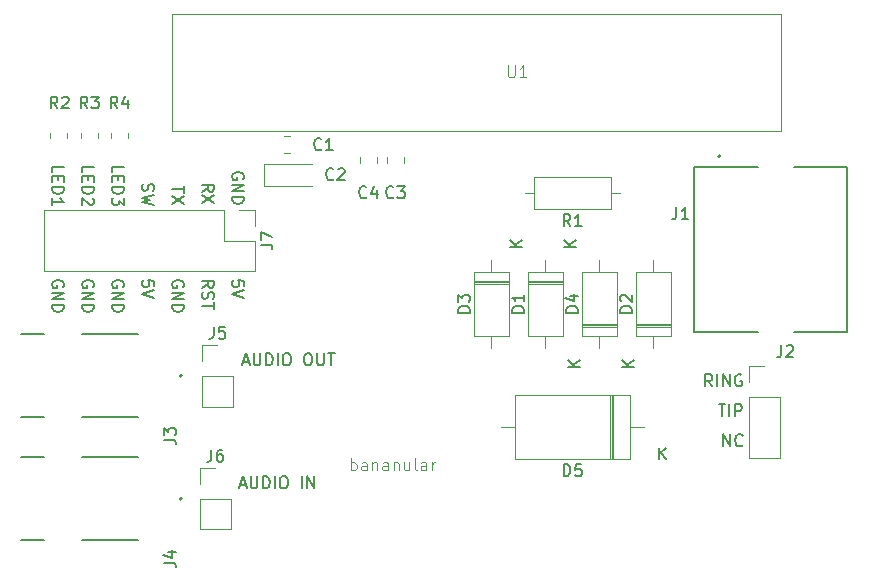
<source format=gbr>
%TF.GenerationSoftware,KiCad,Pcbnew,8.0.6-8.0.6-0~ubuntu22.04.1*%
%TF.CreationDate,2024-11-16T23:11:12-08:00*%
%TF.ProjectId,telduino,74656c64-7569-46e6-9f2e-6b696361645f,0.1*%
%TF.SameCoordinates,Original*%
%TF.FileFunction,Legend,Top*%
%TF.FilePolarity,Positive*%
%FSLAX46Y46*%
G04 Gerber Fmt 4.6, Leading zero omitted, Abs format (unit mm)*
G04 Created by KiCad (PCBNEW 8.0.6-8.0.6-0~ubuntu22.04.1) date 2024-11-16 23:11:12*
%MOMM*%
%LPD*%
G01*
G04 APERTURE LIST*
%ADD10C,0.100000*%
%ADD11C,0.150000*%
%ADD12C,0.200000*%
%ADD13C,0.120000*%
%ADD14C,0.127000*%
G04 APERTURE END LIST*
D10*
X145337884Y-117474419D02*
X145337884Y-116474419D01*
X145337884Y-116855371D02*
X145433122Y-116807752D01*
X145433122Y-116807752D02*
X145623598Y-116807752D01*
X145623598Y-116807752D02*
X145718836Y-116855371D01*
X145718836Y-116855371D02*
X145766455Y-116902990D01*
X145766455Y-116902990D02*
X145814074Y-116998228D01*
X145814074Y-116998228D02*
X145814074Y-117283942D01*
X145814074Y-117283942D02*
X145766455Y-117379180D01*
X145766455Y-117379180D02*
X145718836Y-117426800D01*
X145718836Y-117426800D02*
X145623598Y-117474419D01*
X145623598Y-117474419D02*
X145433122Y-117474419D01*
X145433122Y-117474419D02*
X145337884Y-117426800D01*
X146671217Y-117474419D02*
X146671217Y-116950609D01*
X146671217Y-116950609D02*
X146623598Y-116855371D01*
X146623598Y-116855371D02*
X146528360Y-116807752D01*
X146528360Y-116807752D02*
X146337884Y-116807752D01*
X146337884Y-116807752D02*
X146242646Y-116855371D01*
X146671217Y-117426800D02*
X146575979Y-117474419D01*
X146575979Y-117474419D02*
X146337884Y-117474419D01*
X146337884Y-117474419D02*
X146242646Y-117426800D01*
X146242646Y-117426800D02*
X146195027Y-117331561D01*
X146195027Y-117331561D02*
X146195027Y-117236323D01*
X146195027Y-117236323D02*
X146242646Y-117141085D01*
X146242646Y-117141085D02*
X146337884Y-117093466D01*
X146337884Y-117093466D02*
X146575979Y-117093466D01*
X146575979Y-117093466D02*
X146671217Y-117045847D01*
X147147408Y-116807752D02*
X147147408Y-117474419D01*
X147147408Y-116902990D02*
X147195027Y-116855371D01*
X147195027Y-116855371D02*
X147290265Y-116807752D01*
X147290265Y-116807752D02*
X147433122Y-116807752D01*
X147433122Y-116807752D02*
X147528360Y-116855371D01*
X147528360Y-116855371D02*
X147575979Y-116950609D01*
X147575979Y-116950609D02*
X147575979Y-117474419D01*
X148480741Y-117474419D02*
X148480741Y-116950609D01*
X148480741Y-116950609D02*
X148433122Y-116855371D01*
X148433122Y-116855371D02*
X148337884Y-116807752D01*
X148337884Y-116807752D02*
X148147408Y-116807752D01*
X148147408Y-116807752D02*
X148052170Y-116855371D01*
X148480741Y-117426800D02*
X148385503Y-117474419D01*
X148385503Y-117474419D02*
X148147408Y-117474419D01*
X148147408Y-117474419D02*
X148052170Y-117426800D01*
X148052170Y-117426800D02*
X148004551Y-117331561D01*
X148004551Y-117331561D02*
X148004551Y-117236323D01*
X148004551Y-117236323D02*
X148052170Y-117141085D01*
X148052170Y-117141085D02*
X148147408Y-117093466D01*
X148147408Y-117093466D02*
X148385503Y-117093466D01*
X148385503Y-117093466D02*
X148480741Y-117045847D01*
X148956932Y-116807752D02*
X148956932Y-117474419D01*
X148956932Y-116902990D02*
X149004551Y-116855371D01*
X149004551Y-116855371D02*
X149099789Y-116807752D01*
X149099789Y-116807752D02*
X149242646Y-116807752D01*
X149242646Y-116807752D02*
X149337884Y-116855371D01*
X149337884Y-116855371D02*
X149385503Y-116950609D01*
X149385503Y-116950609D02*
X149385503Y-117474419D01*
X150290265Y-116807752D02*
X150290265Y-117474419D01*
X149861694Y-116807752D02*
X149861694Y-117331561D01*
X149861694Y-117331561D02*
X149909313Y-117426800D01*
X149909313Y-117426800D02*
X150004551Y-117474419D01*
X150004551Y-117474419D02*
X150147408Y-117474419D01*
X150147408Y-117474419D02*
X150242646Y-117426800D01*
X150242646Y-117426800D02*
X150290265Y-117379180D01*
X150909313Y-117474419D02*
X150814075Y-117426800D01*
X150814075Y-117426800D02*
X150766456Y-117331561D01*
X150766456Y-117331561D02*
X150766456Y-116474419D01*
X151718837Y-117474419D02*
X151718837Y-116950609D01*
X151718837Y-116950609D02*
X151671218Y-116855371D01*
X151671218Y-116855371D02*
X151575980Y-116807752D01*
X151575980Y-116807752D02*
X151385504Y-116807752D01*
X151385504Y-116807752D02*
X151290266Y-116855371D01*
X151718837Y-117426800D02*
X151623599Y-117474419D01*
X151623599Y-117474419D02*
X151385504Y-117474419D01*
X151385504Y-117474419D02*
X151290266Y-117426800D01*
X151290266Y-117426800D02*
X151242647Y-117331561D01*
X151242647Y-117331561D02*
X151242647Y-117236323D01*
X151242647Y-117236323D02*
X151290266Y-117141085D01*
X151290266Y-117141085D02*
X151385504Y-117093466D01*
X151385504Y-117093466D02*
X151623599Y-117093466D01*
X151623599Y-117093466D02*
X151718837Y-117045847D01*
X152195028Y-117474419D02*
X152195028Y-116807752D01*
X152195028Y-116998228D02*
X152242647Y-116902990D01*
X152242647Y-116902990D02*
X152290266Y-116855371D01*
X152290266Y-116855371D02*
X152385504Y-116807752D01*
X152385504Y-116807752D02*
X152480742Y-116807752D01*
D11*
X120018180Y-92252969D02*
X120018180Y-91776779D01*
X120018180Y-91776779D02*
X121018180Y-91776779D01*
X120541990Y-92586303D02*
X120541990Y-92919636D01*
X120018180Y-93062493D02*
X120018180Y-92586303D01*
X120018180Y-92586303D02*
X121018180Y-92586303D01*
X121018180Y-92586303D02*
X121018180Y-93062493D01*
X120018180Y-93491065D02*
X121018180Y-93491065D01*
X121018180Y-93491065D02*
X121018180Y-93729160D01*
X121018180Y-93729160D02*
X120970561Y-93872017D01*
X120970561Y-93872017D02*
X120875323Y-93967255D01*
X120875323Y-93967255D02*
X120780085Y-94014874D01*
X120780085Y-94014874D02*
X120589609Y-94062493D01*
X120589609Y-94062493D02*
X120446752Y-94062493D01*
X120446752Y-94062493D02*
X120256276Y-94014874D01*
X120256276Y-94014874D02*
X120161038Y-93967255D01*
X120161038Y-93967255D02*
X120065800Y-93872017D01*
X120065800Y-93872017D02*
X120018180Y-93729160D01*
X120018180Y-93729160D02*
X120018180Y-93491065D01*
X120018180Y-95014874D02*
X120018180Y-94443446D01*
X120018180Y-94729160D02*
X121018180Y-94729160D01*
X121018180Y-94729160D02*
X120875323Y-94633922D01*
X120875323Y-94633922D02*
X120780085Y-94538684D01*
X120780085Y-94538684D02*
X120732466Y-94443446D01*
X122558180Y-92252969D02*
X122558180Y-91776779D01*
X122558180Y-91776779D02*
X123558180Y-91776779D01*
X123081990Y-92586303D02*
X123081990Y-92919636D01*
X122558180Y-93062493D02*
X122558180Y-92586303D01*
X122558180Y-92586303D02*
X123558180Y-92586303D01*
X123558180Y-92586303D02*
X123558180Y-93062493D01*
X122558180Y-93491065D02*
X123558180Y-93491065D01*
X123558180Y-93491065D02*
X123558180Y-93729160D01*
X123558180Y-93729160D02*
X123510561Y-93872017D01*
X123510561Y-93872017D02*
X123415323Y-93967255D01*
X123415323Y-93967255D02*
X123320085Y-94014874D01*
X123320085Y-94014874D02*
X123129609Y-94062493D01*
X123129609Y-94062493D02*
X122986752Y-94062493D01*
X122986752Y-94062493D02*
X122796276Y-94014874D01*
X122796276Y-94014874D02*
X122701038Y-93967255D01*
X122701038Y-93967255D02*
X122605800Y-93872017D01*
X122605800Y-93872017D02*
X122558180Y-93729160D01*
X122558180Y-93729160D02*
X122558180Y-93491065D01*
X123462942Y-94443446D02*
X123510561Y-94491065D01*
X123510561Y-94491065D02*
X123558180Y-94586303D01*
X123558180Y-94586303D02*
X123558180Y-94824398D01*
X123558180Y-94824398D02*
X123510561Y-94919636D01*
X123510561Y-94919636D02*
X123462942Y-94967255D01*
X123462942Y-94967255D02*
X123367704Y-95014874D01*
X123367704Y-95014874D02*
X123272466Y-95014874D01*
X123272466Y-95014874D02*
X123129609Y-94967255D01*
X123129609Y-94967255D02*
X122558180Y-94395827D01*
X122558180Y-94395827D02*
X122558180Y-95014874D01*
X125098180Y-92252969D02*
X125098180Y-91776779D01*
X125098180Y-91776779D02*
X126098180Y-91776779D01*
X125621990Y-92586303D02*
X125621990Y-92919636D01*
X125098180Y-93062493D02*
X125098180Y-92586303D01*
X125098180Y-92586303D02*
X126098180Y-92586303D01*
X126098180Y-92586303D02*
X126098180Y-93062493D01*
X125098180Y-93491065D02*
X126098180Y-93491065D01*
X126098180Y-93491065D02*
X126098180Y-93729160D01*
X126098180Y-93729160D02*
X126050561Y-93872017D01*
X126050561Y-93872017D02*
X125955323Y-93967255D01*
X125955323Y-93967255D02*
X125860085Y-94014874D01*
X125860085Y-94014874D02*
X125669609Y-94062493D01*
X125669609Y-94062493D02*
X125526752Y-94062493D01*
X125526752Y-94062493D02*
X125336276Y-94014874D01*
X125336276Y-94014874D02*
X125241038Y-93967255D01*
X125241038Y-93967255D02*
X125145800Y-93872017D01*
X125145800Y-93872017D02*
X125098180Y-93729160D01*
X125098180Y-93729160D02*
X125098180Y-93491065D01*
X126098180Y-94395827D02*
X126098180Y-95014874D01*
X126098180Y-95014874D02*
X125717228Y-94681541D01*
X125717228Y-94681541D02*
X125717228Y-94824398D01*
X125717228Y-94824398D02*
X125669609Y-94919636D01*
X125669609Y-94919636D02*
X125621990Y-94967255D01*
X125621990Y-94967255D02*
X125526752Y-95014874D01*
X125526752Y-95014874D02*
X125288657Y-95014874D01*
X125288657Y-95014874D02*
X125193419Y-94967255D01*
X125193419Y-94967255D02*
X125145800Y-94919636D01*
X125145800Y-94919636D02*
X125098180Y-94824398D01*
X125098180Y-94824398D02*
X125098180Y-94538684D01*
X125098180Y-94538684D02*
X125145800Y-94443446D01*
X125145800Y-94443446D02*
X125193419Y-94395827D01*
X127685800Y-93253160D02*
X127638180Y-93396017D01*
X127638180Y-93396017D02*
X127638180Y-93634112D01*
X127638180Y-93634112D02*
X127685800Y-93729350D01*
X127685800Y-93729350D02*
X127733419Y-93776969D01*
X127733419Y-93776969D02*
X127828657Y-93824588D01*
X127828657Y-93824588D02*
X127923895Y-93824588D01*
X127923895Y-93824588D02*
X128019133Y-93776969D01*
X128019133Y-93776969D02*
X128066752Y-93729350D01*
X128066752Y-93729350D02*
X128114371Y-93634112D01*
X128114371Y-93634112D02*
X128161990Y-93443636D01*
X128161990Y-93443636D02*
X128209609Y-93348398D01*
X128209609Y-93348398D02*
X128257228Y-93300779D01*
X128257228Y-93300779D02*
X128352466Y-93253160D01*
X128352466Y-93253160D02*
X128447704Y-93253160D01*
X128447704Y-93253160D02*
X128542942Y-93300779D01*
X128542942Y-93300779D02*
X128590561Y-93348398D01*
X128590561Y-93348398D02*
X128638180Y-93443636D01*
X128638180Y-93443636D02*
X128638180Y-93681731D01*
X128638180Y-93681731D02*
X128590561Y-93824588D01*
X128638180Y-94157922D02*
X127638180Y-94396017D01*
X127638180Y-94396017D02*
X128352466Y-94586493D01*
X128352466Y-94586493D02*
X127638180Y-94776969D01*
X127638180Y-94776969D02*
X128638180Y-95015065D01*
X120970561Y-101952588D02*
X121018180Y-101857350D01*
X121018180Y-101857350D02*
X121018180Y-101714493D01*
X121018180Y-101714493D02*
X120970561Y-101571636D01*
X120970561Y-101571636D02*
X120875323Y-101476398D01*
X120875323Y-101476398D02*
X120780085Y-101428779D01*
X120780085Y-101428779D02*
X120589609Y-101381160D01*
X120589609Y-101381160D02*
X120446752Y-101381160D01*
X120446752Y-101381160D02*
X120256276Y-101428779D01*
X120256276Y-101428779D02*
X120161038Y-101476398D01*
X120161038Y-101476398D02*
X120065800Y-101571636D01*
X120065800Y-101571636D02*
X120018180Y-101714493D01*
X120018180Y-101714493D02*
X120018180Y-101809731D01*
X120018180Y-101809731D02*
X120065800Y-101952588D01*
X120065800Y-101952588D02*
X120113419Y-102000207D01*
X120113419Y-102000207D02*
X120446752Y-102000207D01*
X120446752Y-102000207D02*
X120446752Y-101809731D01*
X120018180Y-102428779D02*
X121018180Y-102428779D01*
X121018180Y-102428779D02*
X120018180Y-103000207D01*
X120018180Y-103000207D02*
X121018180Y-103000207D01*
X120018180Y-103476398D02*
X121018180Y-103476398D01*
X121018180Y-103476398D02*
X121018180Y-103714493D01*
X121018180Y-103714493D02*
X120970561Y-103857350D01*
X120970561Y-103857350D02*
X120875323Y-103952588D01*
X120875323Y-103952588D02*
X120780085Y-104000207D01*
X120780085Y-104000207D02*
X120589609Y-104047826D01*
X120589609Y-104047826D02*
X120446752Y-104047826D01*
X120446752Y-104047826D02*
X120256276Y-104000207D01*
X120256276Y-104000207D02*
X120161038Y-103952588D01*
X120161038Y-103952588D02*
X120065800Y-103857350D01*
X120065800Y-103857350D02*
X120018180Y-103714493D01*
X120018180Y-103714493D02*
X120018180Y-103476398D01*
X123510561Y-101952588D02*
X123558180Y-101857350D01*
X123558180Y-101857350D02*
X123558180Y-101714493D01*
X123558180Y-101714493D02*
X123510561Y-101571636D01*
X123510561Y-101571636D02*
X123415323Y-101476398D01*
X123415323Y-101476398D02*
X123320085Y-101428779D01*
X123320085Y-101428779D02*
X123129609Y-101381160D01*
X123129609Y-101381160D02*
X122986752Y-101381160D01*
X122986752Y-101381160D02*
X122796276Y-101428779D01*
X122796276Y-101428779D02*
X122701038Y-101476398D01*
X122701038Y-101476398D02*
X122605800Y-101571636D01*
X122605800Y-101571636D02*
X122558180Y-101714493D01*
X122558180Y-101714493D02*
X122558180Y-101809731D01*
X122558180Y-101809731D02*
X122605800Y-101952588D01*
X122605800Y-101952588D02*
X122653419Y-102000207D01*
X122653419Y-102000207D02*
X122986752Y-102000207D01*
X122986752Y-102000207D02*
X122986752Y-101809731D01*
X122558180Y-102428779D02*
X123558180Y-102428779D01*
X123558180Y-102428779D02*
X122558180Y-103000207D01*
X122558180Y-103000207D02*
X123558180Y-103000207D01*
X122558180Y-103476398D02*
X123558180Y-103476398D01*
X123558180Y-103476398D02*
X123558180Y-103714493D01*
X123558180Y-103714493D02*
X123510561Y-103857350D01*
X123510561Y-103857350D02*
X123415323Y-103952588D01*
X123415323Y-103952588D02*
X123320085Y-104000207D01*
X123320085Y-104000207D02*
X123129609Y-104047826D01*
X123129609Y-104047826D02*
X122986752Y-104047826D01*
X122986752Y-104047826D02*
X122796276Y-104000207D01*
X122796276Y-104000207D02*
X122701038Y-103952588D01*
X122701038Y-103952588D02*
X122605800Y-103857350D01*
X122605800Y-103857350D02*
X122558180Y-103714493D01*
X122558180Y-103714493D02*
X122558180Y-103476398D01*
X126050561Y-101952588D02*
X126098180Y-101857350D01*
X126098180Y-101857350D02*
X126098180Y-101714493D01*
X126098180Y-101714493D02*
X126050561Y-101571636D01*
X126050561Y-101571636D02*
X125955323Y-101476398D01*
X125955323Y-101476398D02*
X125860085Y-101428779D01*
X125860085Y-101428779D02*
X125669609Y-101381160D01*
X125669609Y-101381160D02*
X125526752Y-101381160D01*
X125526752Y-101381160D02*
X125336276Y-101428779D01*
X125336276Y-101428779D02*
X125241038Y-101476398D01*
X125241038Y-101476398D02*
X125145800Y-101571636D01*
X125145800Y-101571636D02*
X125098180Y-101714493D01*
X125098180Y-101714493D02*
X125098180Y-101809731D01*
X125098180Y-101809731D02*
X125145800Y-101952588D01*
X125145800Y-101952588D02*
X125193419Y-102000207D01*
X125193419Y-102000207D02*
X125526752Y-102000207D01*
X125526752Y-102000207D02*
X125526752Y-101809731D01*
X125098180Y-102428779D02*
X126098180Y-102428779D01*
X126098180Y-102428779D02*
X125098180Y-103000207D01*
X125098180Y-103000207D02*
X126098180Y-103000207D01*
X125098180Y-103476398D02*
X126098180Y-103476398D01*
X126098180Y-103476398D02*
X126098180Y-103714493D01*
X126098180Y-103714493D02*
X126050561Y-103857350D01*
X126050561Y-103857350D02*
X125955323Y-103952588D01*
X125955323Y-103952588D02*
X125860085Y-104000207D01*
X125860085Y-104000207D02*
X125669609Y-104047826D01*
X125669609Y-104047826D02*
X125526752Y-104047826D01*
X125526752Y-104047826D02*
X125336276Y-104000207D01*
X125336276Y-104000207D02*
X125241038Y-103952588D01*
X125241038Y-103952588D02*
X125145800Y-103857350D01*
X125145800Y-103857350D02*
X125098180Y-103714493D01*
X125098180Y-103714493D02*
X125098180Y-103476398D01*
X128638180Y-101904969D02*
X128638180Y-101428779D01*
X128638180Y-101428779D02*
X128161990Y-101381160D01*
X128161990Y-101381160D02*
X128209609Y-101428779D01*
X128209609Y-101428779D02*
X128257228Y-101524017D01*
X128257228Y-101524017D02*
X128257228Y-101762112D01*
X128257228Y-101762112D02*
X128209609Y-101857350D01*
X128209609Y-101857350D02*
X128161990Y-101904969D01*
X128161990Y-101904969D02*
X128066752Y-101952588D01*
X128066752Y-101952588D02*
X127828657Y-101952588D01*
X127828657Y-101952588D02*
X127733419Y-101904969D01*
X127733419Y-101904969D02*
X127685800Y-101857350D01*
X127685800Y-101857350D02*
X127638180Y-101762112D01*
X127638180Y-101762112D02*
X127638180Y-101524017D01*
X127638180Y-101524017D02*
X127685800Y-101428779D01*
X127685800Y-101428779D02*
X127733419Y-101381160D01*
X128638180Y-102238303D02*
X127638180Y-102571636D01*
X127638180Y-102571636D02*
X128638180Y-102904969D01*
X131130561Y-101952588D02*
X131178180Y-101857350D01*
X131178180Y-101857350D02*
X131178180Y-101714493D01*
X131178180Y-101714493D02*
X131130561Y-101571636D01*
X131130561Y-101571636D02*
X131035323Y-101476398D01*
X131035323Y-101476398D02*
X130940085Y-101428779D01*
X130940085Y-101428779D02*
X130749609Y-101381160D01*
X130749609Y-101381160D02*
X130606752Y-101381160D01*
X130606752Y-101381160D02*
X130416276Y-101428779D01*
X130416276Y-101428779D02*
X130321038Y-101476398D01*
X130321038Y-101476398D02*
X130225800Y-101571636D01*
X130225800Y-101571636D02*
X130178180Y-101714493D01*
X130178180Y-101714493D02*
X130178180Y-101809731D01*
X130178180Y-101809731D02*
X130225800Y-101952588D01*
X130225800Y-101952588D02*
X130273419Y-102000207D01*
X130273419Y-102000207D02*
X130606752Y-102000207D01*
X130606752Y-102000207D02*
X130606752Y-101809731D01*
X130178180Y-102428779D02*
X131178180Y-102428779D01*
X131178180Y-102428779D02*
X130178180Y-103000207D01*
X130178180Y-103000207D02*
X131178180Y-103000207D01*
X130178180Y-103476398D02*
X131178180Y-103476398D01*
X131178180Y-103476398D02*
X131178180Y-103714493D01*
X131178180Y-103714493D02*
X131130561Y-103857350D01*
X131130561Y-103857350D02*
X131035323Y-103952588D01*
X131035323Y-103952588D02*
X130940085Y-104000207D01*
X130940085Y-104000207D02*
X130749609Y-104047826D01*
X130749609Y-104047826D02*
X130606752Y-104047826D01*
X130606752Y-104047826D02*
X130416276Y-104000207D01*
X130416276Y-104000207D02*
X130321038Y-103952588D01*
X130321038Y-103952588D02*
X130225800Y-103857350D01*
X130225800Y-103857350D02*
X130178180Y-103714493D01*
X130178180Y-103714493D02*
X130178180Y-103476398D01*
X132718180Y-102000207D02*
X133194371Y-101666874D01*
X132718180Y-101428779D02*
X133718180Y-101428779D01*
X133718180Y-101428779D02*
X133718180Y-101809731D01*
X133718180Y-101809731D02*
X133670561Y-101904969D01*
X133670561Y-101904969D02*
X133622942Y-101952588D01*
X133622942Y-101952588D02*
X133527704Y-102000207D01*
X133527704Y-102000207D02*
X133384847Y-102000207D01*
X133384847Y-102000207D02*
X133289609Y-101952588D01*
X133289609Y-101952588D02*
X133241990Y-101904969D01*
X133241990Y-101904969D02*
X133194371Y-101809731D01*
X133194371Y-101809731D02*
X133194371Y-101428779D01*
X132765800Y-102381160D02*
X132718180Y-102524017D01*
X132718180Y-102524017D02*
X132718180Y-102762112D01*
X132718180Y-102762112D02*
X132765800Y-102857350D01*
X132765800Y-102857350D02*
X132813419Y-102904969D01*
X132813419Y-102904969D02*
X132908657Y-102952588D01*
X132908657Y-102952588D02*
X133003895Y-102952588D01*
X133003895Y-102952588D02*
X133099133Y-102904969D01*
X133099133Y-102904969D02*
X133146752Y-102857350D01*
X133146752Y-102857350D02*
X133194371Y-102762112D01*
X133194371Y-102762112D02*
X133241990Y-102571636D01*
X133241990Y-102571636D02*
X133289609Y-102476398D01*
X133289609Y-102476398D02*
X133337228Y-102428779D01*
X133337228Y-102428779D02*
X133432466Y-102381160D01*
X133432466Y-102381160D02*
X133527704Y-102381160D01*
X133527704Y-102381160D02*
X133622942Y-102428779D01*
X133622942Y-102428779D02*
X133670561Y-102476398D01*
X133670561Y-102476398D02*
X133718180Y-102571636D01*
X133718180Y-102571636D02*
X133718180Y-102809731D01*
X133718180Y-102809731D02*
X133670561Y-102952588D01*
X133718180Y-103238303D02*
X133718180Y-103809731D01*
X132718180Y-103524017D02*
X133718180Y-103524017D01*
X131178180Y-93411922D02*
X131178180Y-93983350D01*
X130178180Y-93697636D02*
X131178180Y-93697636D01*
X131178180Y-94221446D02*
X130178180Y-94888112D01*
X131178180Y-94888112D02*
X130178180Y-94221446D01*
X132718180Y-93872207D02*
X133194371Y-93538874D01*
X132718180Y-93300779D02*
X133718180Y-93300779D01*
X133718180Y-93300779D02*
X133718180Y-93681731D01*
X133718180Y-93681731D02*
X133670561Y-93776969D01*
X133670561Y-93776969D02*
X133622942Y-93824588D01*
X133622942Y-93824588D02*
X133527704Y-93872207D01*
X133527704Y-93872207D02*
X133384847Y-93872207D01*
X133384847Y-93872207D02*
X133289609Y-93824588D01*
X133289609Y-93824588D02*
X133241990Y-93776969D01*
X133241990Y-93776969D02*
X133194371Y-93681731D01*
X133194371Y-93681731D02*
X133194371Y-93300779D01*
X133718180Y-94205541D02*
X132718180Y-94872207D01*
X133718180Y-94872207D02*
X132718180Y-94205541D01*
X136258180Y-101904969D02*
X136258180Y-101428779D01*
X136258180Y-101428779D02*
X135781990Y-101381160D01*
X135781990Y-101381160D02*
X135829609Y-101428779D01*
X135829609Y-101428779D02*
X135877228Y-101524017D01*
X135877228Y-101524017D02*
X135877228Y-101762112D01*
X135877228Y-101762112D02*
X135829609Y-101857350D01*
X135829609Y-101857350D02*
X135781990Y-101904969D01*
X135781990Y-101904969D02*
X135686752Y-101952588D01*
X135686752Y-101952588D02*
X135448657Y-101952588D01*
X135448657Y-101952588D02*
X135353419Y-101904969D01*
X135353419Y-101904969D02*
X135305800Y-101857350D01*
X135305800Y-101857350D02*
X135258180Y-101762112D01*
X135258180Y-101762112D02*
X135258180Y-101524017D01*
X135258180Y-101524017D02*
X135305800Y-101428779D01*
X135305800Y-101428779D02*
X135353419Y-101381160D01*
X136258180Y-102238303D02*
X135258180Y-102571636D01*
X135258180Y-102571636D02*
X136258180Y-102904969D01*
X136210561Y-92808588D02*
X136258180Y-92713350D01*
X136258180Y-92713350D02*
X136258180Y-92570493D01*
X136258180Y-92570493D02*
X136210561Y-92427636D01*
X136210561Y-92427636D02*
X136115323Y-92332398D01*
X136115323Y-92332398D02*
X136020085Y-92284779D01*
X136020085Y-92284779D02*
X135829609Y-92237160D01*
X135829609Y-92237160D02*
X135686752Y-92237160D01*
X135686752Y-92237160D02*
X135496276Y-92284779D01*
X135496276Y-92284779D02*
X135401038Y-92332398D01*
X135401038Y-92332398D02*
X135305800Y-92427636D01*
X135305800Y-92427636D02*
X135258180Y-92570493D01*
X135258180Y-92570493D02*
X135258180Y-92665731D01*
X135258180Y-92665731D02*
X135305800Y-92808588D01*
X135305800Y-92808588D02*
X135353419Y-92856207D01*
X135353419Y-92856207D02*
X135686752Y-92856207D01*
X135686752Y-92856207D02*
X135686752Y-92665731D01*
X135258180Y-93284779D02*
X136258180Y-93284779D01*
X136258180Y-93284779D02*
X135258180Y-93856207D01*
X135258180Y-93856207D02*
X136258180Y-93856207D01*
X135258180Y-94332398D02*
X136258180Y-94332398D01*
X136258180Y-94332398D02*
X136258180Y-94570493D01*
X136258180Y-94570493D02*
X136210561Y-94713350D01*
X136210561Y-94713350D02*
X136115323Y-94808588D01*
X136115323Y-94808588D02*
X136020085Y-94856207D01*
X136020085Y-94856207D02*
X135829609Y-94903826D01*
X135829609Y-94903826D02*
X135686752Y-94903826D01*
X135686752Y-94903826D02*
X135496276Y-94856207D01*
X135496276Y-94856207D02*
X135401038Y-94808588D01*
X135401038Y-94808588D02*
X135305800Y-94713350D01*
X135305800Y-94713350D02*
X135258180Y-94570493D01*
X135258180Y-94570493D02*
X135258180Y-94332398D01*
X136179160Y-108296104D02*
X136655350Y-108296104D01*
X136083922Y-108581819D02*
X136417255Y-107581819D01*
X136417255Y-107581819D02*
X136750588Y-108581819D01*
X137083922Y-107581819D02*
X137083922Y-108391342D01*
X137083922Y-108391342D02*
X137131541Y-108486580D01*
X137131541Y-108486580D02*
X137179160Y-108534200D01*
X137179160Y-108534200D02*
X137274398Y-108581819D01*
X137274398Y-108581819D02*
X137464874Y-108581819D01*
X137464874Y-108581819D02*
X137560112Y-108534200D01*
X137560112Y-108534200D02*
X137607731Y-108486580D01*
X137607731Y-108486580D02*
X137655350Y-108391342D01*
X137655350Y-108391342D02*
X137655350Y-107581819D01*
X138131541Y-108581819D02*
X138131541Y-107581819D01*
X138131541Y-107581819D02*
X138369636Y-107581819D01*
X138369636Y-107581819D02*
X138512493Y-107629438D01*
X138512493Y-107629438D02*
X138607731Y-107724676D01*
X138607731Y-107724676D02*
X138655350Y-107819914D01*
X138655350Y-107819914D02*
X138702969Y-108010390D01*
X138702969Y-108010390D02*
X138702969Y-108153247D01*
X138702969Y-108153247D02*
X138655350Y-108343723D01*
X138655350Y-108343723D02*
X138607731Y-108438961D01*
X138607731Y-108438961D02*
X138512493Y-108534200D01*
X138512493Y-108534200D02*
X138369636Y-108581819D01*
X138369636Y-108581819D02*
X138131541Y-108581819D01*
X139131541Y-108581819D02*
X139131541Y-107581819D01*
X139798207Y-107581819D02*
X139988683Y-107581819D01*
X139988683Y-107581819D02*
X140083921Y-107629438D01*
X140083921Y-107629438D02*
X140179159Y-107724676D01*
X140179159Y-107724676D02*
X140226778Y-107915152D01*
X140226778Y-107915152D02*
X140226778Y-108248485D01*
X140226778Y-108248485D02*
X140179159Y-108438961D01*
X140179159Y-108438961D02*
X140083921Y-108534200D01*
X140083921Y-108534200D02*
X139988683Y-108581819D01*
X139988683Y-108581819D02*
X139798207Y-108581819D01*
X139798207Y-108581819D02*
X139702969Y-108534200D01*
X139702969Y-108534200D02*
X139607731Y-108438961D01*
X139607731Y-108438961D02*
X139560112Y-108248485D01*
X139560112Y-108248485D02*
X139560112Y-107915152D01*
X139560112Y-107915152D02*
X139607731Y-107724676D01*
X139607731Y-107724676D02*
X139702969Y-107629438D01*
X139702969Y-107629438D02*
X139798207Y-107581819D01*
X141607731Y-107581819D02*
X141798207Y-107581819D01*
X141798207Y-107581819D02*
X141893445Y-107629438D01*
X141893445Y-107629438D02*
X141988683Y-107724676D01*
X141988683Y-107724676D02*
X142036302Y-107915152D01*
X142036302Y-107915152D02*
X142036302Y-108248485D01*
X142036302Y-108248485D02*
X141988683Y-108438961D01*
X141988683Y-108438961D02*
X141893445Y-108534200D01*
X141893445Y-108534200D02*
X141798207Y-108581819D01*
X141798207Y-108581819D02*
X141607731Y-108581819D01*
X141607731Y-108581819D02*
X141512493Y-108534200D01*
X141512493Y-108534200D02*
X141417255Y-108438961D01*
X141417255Y-108438961D02*
X141369636Y-108248485D01*
X141369636Y-108248485D02*
X141369636Y-107915152D01*
X141369636Y-107915152D02*
X141417255Y-107724676D01*
X141417255Y-107724676D02*
X141512493Y-107629438D01*
X141512493Y-107629438D02*
X141607731Y-107581819D01*
X142464874Y-107581819D02*
X142464874Y-108391342D01*
X142464874Y-108391342D02*
X142512493Y-108486580D01*
X142512493Y-108486580D02*
X142560112Y-108534200D01*
X142560112Y-108534200D02*
X142655350Y-108581819D01*
X142655350Y-108581819D02*
X142845826Y-108581819D01*
X142845826Y-108581819D02*
X142941064Y-108534200D01*
X142941064Y-108534200D02*
X142988683Y-108486580D01*
X142988683Y-108486580D02*
X143036302Y-108391342D01*
X143036302Y-108391342D02*
X143036302Y-107581819D01*
X143369636Y-107581819D02*
X143941064Y-107581819D01*
X143655350Y-108581819D02*
X143655350Y-107581819D01*
X135925160Y-118710104D02*
X136401350Y-118710104D01*
X135829922Y-118995819D02*
X136163255Y-117995819D01*
X136163255Y-117995819D02*
X136496588Y-118995819D01*
X136829922Y-117995819D02*
X136829922Y-118805342D01*
X136829922Y-118805342D02*
X136877541Y-118900580D01*
X136877541Y-118900580D02*
X136925160Y-118948200D01*
X136925160Y-118948200D02*
X137020398Y-118995819D01*
X137020398Y-118995819D02*
X137210874Y-118995819D01*
X137210874Y-118995819D02*
X137306112Y-118948200D01*
X137306112Y-118948200D02*
X137353731Y-118900580D01*
X137353731Y-118900580D02*
X137401350Y-118805342D01*
X137401350Y-118805342D02*
X137401350Y-117995819D01*
X137877541Y-118995819D02*
X137877541Y-117995819D01*
X137877541Y-117995819D02*
X138115636Y-117995819D01*
X138115636Y-117995819D02*
X138258493Y-118043438D01*
X138258493Y-118043438D02*
X138353731Y-118138676D01*
X138353731Y-118138676D02*
X138401350Y-118233914D01*
X138401350Y-118233914D02*
X138448969Y-118424390D01*
X138448969Y-118424390D02*
X138448969Y-118567247D01*
X138448969Y-118567247D02*
X138401350Y-118757723D01*
X138401350Y-118757723D02*
X138353731Y-118852961D01*
X138353731Y-118852961D02*
X138258493Y-118948200D01*
X138258493Y-118948200D02*
X138115636Y-118995819D01*
X138115636Y-118995819D02*
X137877541Y-118995819D01*
X138877541Y-118995819D02*
X138877541Y-117995819D01*
X139544207Y-117995819D02*
X139734683Y-117995819D01*
X139734683Y-117995819D02*
X139829921Y-118043438D01*
X139829921Y-118043438D02*
X139925159Y-118138676D01*
X139925159Y-118138676D02*
X139972778Y-118329152D01*
X139972778Y-118329152D02*
X139972778Y-118662485D01*
X139972778Y-118662485D02*
X139925159Y-118852961D01*
X139925159Y-118852961D02*
X139829921Y-118948200D01*
X139829921Y-118948200D02*
X139734683Y-118995819D01*
X139734683Y-118995819D02*
X139544207Y-118995819D01*
X139544207Y-118995819D02*
X139448969Y-118948200D01*
X139448969Y-118948200D02*
X139353731Y-118852961D01*
X139353731Y-118852961D02*
X139306112Y-118662485D01*
X139306112Y-118662485D02*
X139306112Y-118329152D01*
X139306112Y-118329152D02*
X139353731Y-118138676D01*
X139353731Y-118138676D02*
X139448969Y-118043438D01*
X139448969Y-118043438D02*
X139544207Y-117995819D01*
X141163255Y-118995819D02*
X141163255Y-117995819D01*
X141639445Y-118995819D02*
X141639445Y-117995819D01*
X141639445Y-117995819D02*
X142210873Y-118995819D01*
X142210873Y-118995819D02*
X142210873Y-117995819D01*
X176866779Y-115439819D02*
X176866779Y-114439819D01*
X176866779Y-114439819D02*
X177438207Y-115439819D01*
X177438207Y-115439819D02*
X177438207Y-114439819D01*
X178485826Y-115344580D02*
X178438207Y-115392200D01*
X178438207Y-115392200D02*
X178295350Y-115439819D01*
X178295350Y-115439819D02*
X178200112Y-115439819D01*
X178200112Y-115439819D02*
X178057255Y-115392200D01*
X178057255Y-115392200D02*
X177962017Y-115296961D01*
X177962017Y-115296961D02*
X177914398Y-115201723D01*
X177914398Y-115201723D02*
X177866779Y-115011247D01*
X177866779Y-115011247D02*
X177866779Y-114868390D01*
X177866779Y-114868390D02*
X177914398Y-114677914D01*
X177914398Y-114677914D02*
X177962017Y-114582676D01*
X177962017Y-114582676D02*
X178057255Y-114487438D01*
X178057255Y-114487438D02*
X178200112Y-114439819D01*
X178200112Y-114439819D02*
X178295350Y-114439819D01*
X178295350Y-114439819D02*
X178438207Y-114487438D01*
X178438207Y-114487438D02*
X178485826Y-114535057D01*
X176469922Y-111899819D02*
X177041350Y-111899819D01*
X176755636Y-112899819D02*
X176755636Y-111899819D01*
X177374684Y-112899819D02*
X177374684Y-111899819D01*
X177850874Y-112899819D02*
X177850874Y-111899819D01*
X177850874Y-111899819D02*
X178231826Y-111899819D01*
X178231826Y-111899819D02*
X178327064Y-111947438D01*
X178327064Y-111947438D02*
X178374683Y-111995057D01*
X178374683Y-111995057D02*
X178422302Y-112090295D01*
X178422302Y-112090295D02*
X178422302Y-112233152D01*
X178422302Y-112233152D02*
X178374683Y-112328390D01*
X178374683Y-112328390D02*
X178327064Y-112376009D01*
X178327064Y-112376009D02*
X178231826Y-112423628D01*
X178231826Y-112423628D02*
X177850874Y-112423628D01*
X175914207Y-110359819D02*
X175580874Y-109883628D01*
X175342779Y-110359819D02*
X175342779Y-109359819D01*
X175342779Y-109359819D02*
X175723731Y-109359819D01*
X175723731Y-109359819D02*
X175818969Y-109407438D01*
X175818969Y-109407438D02*
X175866588Y-109455057D01*
X175866588Y-109455057D02*
X175914207Y-109550295D01*
X175914207Y-109550295D02*
X175914207Y-109693152D01*
X175914207Y-109693152D02*
X175866588Y-109788390D01*
X175866588Y-109788390D02*
X175818969Y-109836009D01*
X175818969Y-109836009D02*
X175723731Y-109883628D01*
X175723731Y-109883628D02*
X175342779Y-109883628D01*
X176342779Y-110359819D02*
X176342779Y-109359819D01*
X176818969Y-110359819D02*
X176818969Y-109359819D01*
X176818969Y-109359819D02*
X177390397Y-110359819D01*
X177390397Y-110359819D02*
X177390397Y-109359819D01*
X178390397Y-109407438D02*
X178295159Y-109359819D01*
X178295159Y-109359819D02*
X178152302Y-109359819D01*
X178152302Y-109359819D02*
X178009445Y-109407438D01*
X178009445Y-109407438D02*
X177914207Y-109502676D01*
X177914207Y-109502676D02*
X177866588Y-109597914D01*
X177866588Y-109597914D02*
X177818969Y-109788390D01*
X177818969Y-109788390D02*
X177818969Y-109931247D01*
X177818969Y-109931247D02*
X177866588Y-110121723D01*
X177866588Y-110121723D02*
X177914207Y-110216961D01*
X177914207Y-110216961D02*
X178009445Y-110312200D01*
X178009445Y-110312200D02*
X178152302Y-110359819D01*
X178152302Y-110359819D02*
X178247540Y-110359819D01*
X178247540Y-110359819D02*
X178390397Y-110312200D01*
X178390397Y-110312200D02*
X178438016Y-110264580D01*
X178438016Y-110264580D02*
X178438016Y-109931247D01*
X178438016Y-109931247D02*
X178247540Y-109931247D01*
X172894666Y-95212819D02*
X172894666Y-95927104D01*
X172894666Y-95927104D02*
X172847047Y-96069961D01*
X172847047Y-96069961D02*
X172751809Y-96165200D01*
X172751809Y-96165200D02*
X172608952Y-96212819D01*
X172608952Y-96212819D02*
X172513714Y-96212819D01*
X173894666Y-96212819D02*
X173323238Y-96212819D01*
X173608952Y-96212819D02*
X173608952Y-95212819D01*
X173608952Y-95212819D02*
X173513714Y-95355676D01*
X173513714Y-95355676D02*
X173418476Y-95450914D01*
X173418476Y-95450914D02*
X173323238Y-95498533D01*
X148931333Y-94339580D02*
X148883714Y-94387200D01*
X148883714Y-94387200D02*
X148740857Y-94434819D01*
X148740857Y-94434819D02*
X148645619Y-94434819D01*
X148645619Y-94434819D02*
X148502762Y-94387200D01*
X148502762Y-94387200D02*
X148407524Y-94291961D01*
X148407524Y-94291961D02*
X148359905Y-94196723D01*
X148359905Y-94196723D02*
X148312286Y-94006247D01*
X148312286Y-94006247D02*
X148312286Y-93863390D01*
X148312286Y-93863390D02*
X148359905Y-93672914D01*
X148359905Y-93672914D02*
X148407524Y-93577676D01*
X148407524Y-93577676D02*
X148502762Y-93482438D01*
X148502762Y-93482438D02*
X148645619Y-93434819D01*
X148645619Y-93434819D02*
X148740857Y-93434819D01*
X148740857Y-93434819D02*
X148883714Y-93482438D01*
X148883714Y-93482438D02*
X148931333Y-93530057D01*
X149264667Y-93434819D02*
X149883714Y-93434819D01*
X149883714Y-93434819D02*
X149550381Y-93815771D01*
X149550381Y-93815771D02*
X149693238Y-93815771D01*
X149693238Y-93815771D02*
X149788476Y-93863390D01*
X149788476Y-93863390D02*
X149836095Y-93911009D01*
X149836095Y-93911009D02*
X149883714Y-94006247D01*
X149883714Y-94006247D02*
X149883714Y-94244342D01*
X149883714Y-94244342D02*
X149836095Y-94339580D01*
X149836095Y-94339580D02*
X149788476Y-94387200D01*
X149788476Y-94387200D02*
X149693238Y-94434819D01*
X149693238Y-94434819D02*
X149407524Y-94434819D01*
X149407524Y-94434819D02*
X149312286Y-94387200D01*
X149312286Y-94387200D02*
X149264667Y-94339580D01*
X143851333Y-92815580D02*
X143803714Y-92863200D01*
X143803714Y-92863200D02*
X143660857Y-92910819D01*
X143660857Y-92910819D02*
X143565619Y-92910819D01*
X143565619Y-92910819D02*
X143422762Y-92863200D01*
X143422762Y-92863200D02*
X143327524Y-92767961D01*
X143327524Y-92767961D02*
X143279905Y-92672723D01*
X143279905Y-92672723D02*
X143232286Y-92482247D01*
X143232286Y-92482247D02*
X143232286Y-92339390D01*
X143232286Y-92339390D02*
X143279905Y-92148914D01*
X143279905Y-92148914D02*
X143327524Y-92053676D01*
X143327524Y-92053676D02*
X143422762Y-91958438D01*
X143422762Y-91958438D02*
X143565619Y-91910819D01*
X143565619Y-91910819D02*
X143660857Y-91910819D01*
X143660857Y-91910819D02*
X143803714Y-91958438D01*
X143803714Y-91958438D02*
X143851333Y-92006057D01*
X144232286Y-92006057D02*
X144279905Y-91958438D01*
X144279905Y-91958438D02*
X144375143Y-91910819D01*
X144375143Y-91910819D02*
X144613238Y-91910819D01*
X144613238Y-91910819D02*
X144708476Y-91958438D01*
X144708476Y-91958438D02*
X144756095Y-92006057D01*
X144756095Y-92006057D02*
X144803714Y-92101295D01*
X144803714Y-92101295D02*
X144803714Y-92196533D01*
X144803714Y-92196533D02*
X144756095Y-92339390D01*
X144756095Y-92339390D02*
X144184667Y-92910819D01*
X144184667Y-92910819D02*
X144803714Y-92910819D01*
D10*
X158623095Y-83182419D02*
X158623095Y-83991942D01*
X158623095Y-83991942D02*
X158670714Y-84087180D01*
X158670714Y-84087180D02*
X158718333Y-84134800D01*
X158718333Y-84134800D02*
X158813571Y-84182419D01*
X158813571Y-84182419D02*
X159004047Y-84182419D01*
X159004047Y-84182419D02*
X159099285Y-84134800D01*
X159099285Y-84134800D02*
X159146904Y-84087180D01*
X159146904Y-84087180D02*
X159194523Y-83991942D01*
X159194523Y-83991942D02*
X159194523Y-83182419D01*
X160194523Y-84182419D02*
X159623095Y-84182419D01*
X159908809Y-84182419D02*
X159908809Y-83182419D01*
X159908809Y-83182419D02*
X159813571Y-83325276D01*
X159813571Y-83325276D02*
X159718333Y-83420514D01*
X159718333Y-83420514D02*
X159623095Y-83468133D01*
D11*
X120483333Y-86830819D02*
X120150000Y-86354628D01*
X119911905Y-86830819D02*
X119911905Y-85830819D01*
X119911905Y-85830819D02*
X120292857Y-85830819D01*
X120292857Y-85830819D02*
X120388095Y-85878438D01*
X120388095Y-85878438D02*
X120435714Y-85926057D01*
X120435714Y-85926057D02*
X120483333Y-86021295D01*
X120483333Y-86021295D02*
X120483333Y-86164152D01*
X120483333Y-86164152D02*
X120435714Y-86259390D01*
X120435714Y-86259390D02*
X120388095Y-86307009D01*
X120388095Y-86307009D02*
X120292857Y-86354628D01*
X120292857Y-86354628D02*
X119911905Y-86354628D01*
X120864286Y-85926057D02*
X120911905Y-85878438D01*
X120911905Y-85878438D02*
X121007143Y-85830819D01*
X121007143Y-85830819D02*
X121245238Y-85830819D01*
X121245238Y-85830819D02*
X121340476Y-85878438D01*
X121340476Y-85878438D02*
X121388095Y-85926057D01*
X121388095Y-85926057D02*
X121435714Y-86021295D01*
X121435714Y-86021295D02*
X121435714Y-86116533D01*
X121435714Y-86116533D02*
X121388095Y-86259390D01*
X121388095Y-86259390D02*
X120816667Y-86830819D01*
X120816667Y-86830819D02*
X121435714Y-86830819D01*
X133524666Y-115737819D02*
X133524666Y-116452104D01*
X133524666Y-116452104D02*
X133477047Y-116594961D01*
X133477047Y-116594961D02*
X133381809Y-116690200D01*
X133381809Y-116690200D02*
X133238952Y-116737819D01*
X133238952Y-116737819D02*
X133143714Y-116737819D01*
X134429428Y-115737819D02*
X134238952Y-115737819D01*
X134238952Y-115737819D02*
X134143714Y-115785438D01*
X134143714Y-115785438D02*
X134096095Y-115833057D01*
X134096095Y-115833057D02*
X134000857Y-115975914D01*
X134000857Y-115975914D02*
X133953238Y-116166390D01*
X133953238Y-116166390D02*
X133953238Y-116547342D01*
X133953238Y-116547342D02*
X134000857Y-116642580D01*
X134000857Y-116642580D02*
X134048476Y-116690200D01*
X134048476Y-116690200D02*
X134143714Y-116737819D01*
X134143714Y-116737819D02*
X134334190Y-116737819D01*
X134334190Y-116737819D02*
X134429428Y-116690200D01*
X134429428Y-116690200D02*
X134477047Y-116642580D01*
X134477047Y-116642580D02*
X134524666Y-116547342D01*
X134524666Y-116547342D02*
X134524666Y-116309247D01*
X134524666Y-116309247D02*
X134477047Y-116214009D01*
X134477047Y-116214009D02*
X134429428Y-116166390D01*
X134429428Y-116166390D02*
X134334190Y-116118771D01*
X134334190Y-116118771D02*
X134143714Y-116118771D01*
X134143714Y-116118771D02*
X134048476Y-116166390D01*
X134048476Y-116166390D02*
X134000857Y-116214009D01*
X134000857Y-116214009D02*
X133953238Y-116309247D01*
X155394819Y-104116094D02*
X154394819Y-104116094D01*
X154394819Y-104116094D02*
X154394819Y-103877999D01*
X154394819Y-103877999D02*
X154442438Y-103735142D01*
X154442438Y-103735142D02*
X154537676Y-103639904D01*
X154537676Y-103639904D02*
X154632914Y-103592285D01*
X154632914Y-103592285D02*
X154823390Y-103544666D01*
X154823390Y-103544666D02*
X154966247Y-103544666D01*
X154966247Y-103544666D02*
X155156723Y-103592285D01*
X155156723Y-103592285D02*
X155251961Y-103639904D01*
X155251961Y-103639904D02*
X155347200Y-103735142D01*
X155347200Y-103735142D02*
X155394819Y-103877999D01*
X155394819Y-103877999D02*
X155394819Y-104116094D01*
X154394819Y-103211332D02*
X154394819Y-102592285D01*
X154394819Y-102592285D02*
X154775771Y-102925618D01*
X154775771Y-102925618D02*
X154775771Y-102782761D01*
X154775771Y-102782761D02*
X154823390Y-102687523D01*
X154823390Y-102687523D02*
X154871009Y-102639904D01*
X154871009Y-102639904D02*
X154966247Y-102592285D01*
X154966247Y-102592285D02*
X155204342Y-102592285D01*
X155204342Y-102592285D02*
X155299580Y-102639904D01*
X155299580Y-102639904D02*
X155347200Y-102687523D01*
X155347200Y-102687523D02*
X155394819Y-102782761D01*
X155394819Y-102782761D02*
X155394819Y-103068475D01*
X155394819Y-103068475D02*
X155347200Y-103163713D01*
X155347200Y-103163713D02*
X155299580Y-103211332D01*
X159780819Y-98559904D02*
X158780819Y-98559904D01*
X159780819Y-97988476D02*
X159209390Y-98417047D01*
X158780819Y-97988476D02*
X159352247Y-98559904D01*
X133700666Y-105328819D02*
X133700666Y-106043104D01*
X133700666Y-106043104D02*
X133653047Y-106185961D01*
X133653047Y-106185961D02*
X133557809Y-106281200D01*
X133557809Y-106281200D02*
X133414952Y-106328819D01*
X133414952Y-106328819D02*
X133319714Y-106328819D01*
X134653047Y-105328819D02*
X134176857Y-105328819D01*
X134176857Y-105328819D02*
X134129238Y-105805009D01*
X134129238Y-105805009D02*
X134176857Y-105757390D01*
X134176857Y-105757390D02*
X134272095Y-105709771D01*
X134272095Y-105709771D02*
X134510190Y-105709771D01*
X134510190Y-105709771D02*
X134605428Y-105757390D01*
X134605428Y-105757390D02*
X134653047Y-105805009D01*
X134653047Y-105805009D02*
X134700666Y-105900247D01*
X134700666Y-105900247D02*
X134700666Y-106138342D01*
X134700666Y-106138342D02*
X134653047Y-106233580D01*
X134653047Y-106233580D02*
X134605428Y-106281200D01*
X134605428Y-106281200D02*
X134510190Y-106328819D01*
X134510190Y-106328819D02*
X134272095Y-106328819D01*
X134272095Y-106328819D02*
X134176857Y-106281200D01*
X134176857Y-106281200D02*
X134129238Y-106233580D01*
X163345905Y-117971819D02*
X163345905Y-116971819D01*
X163345905Y-116971819D02*
X163584000Y-116971819D01*
X163584000Y-116971819D02*
X163726857Y-117019438D01*
X163726857Y-117019438D02*
X163822095Y-117114676D01*
X163822095Y-117114676D02*
X163869714Y-117209914D01*
X163869714Y-117209914D02*
X163917333Y-117400390D01*
X163917333Y-117400390D02*
X163917333Y-117543247D01*
X163917333Y-117543247D02*
X163869714Y-117733723D01*
X163869714Y-117733723D02*
X163822095Y-117828961D01*
X163822095Y-117828961D02*
X163726857Y-117924200D01*
X163726857Y-117924200D02*
X163584000Y-117971819D01*
X163584000Y-117971819D02*
X163345905Y-117971819D01*
X164822095Y-116971819D02*
X164345905Y-116971819D01*
X164345905Y-116971819D02*
X164298286Y-117448009D01*
X164298286Y-117448009D02*
X164345905Y-117400390D01*
X164345905Y-117400390D02*
X164441143Y-117352771D01*
X164441143Y-117352771D02*
X164679238Y-117352771D01*
X164679238Y-117352771D02*
X164774476Y-117400390D01*
X164774476Y-117400390D02*
X164822095Y-117448009D01*
X164822095Y-117448009D02*
X164869714Y-117543247D01*
X164869714Y-117543247D02*
X164869714Y-117781342D01*
X164869714Y-117781342D02*
X164822095Y-117876580D01*
X164822095Y-117876580D02*
X164774476Y-117924200D01*
X164774476Y-117924200D02*
X164679238Y-117971819D01*
X164679238Y-117971819D02*
X164441143Y-117971819D01*
X164441143Y-117971819D02*
X164345905Y-117924200D01*
X164345905Y-117924200D02*
X164298286Y-117876580D01*
X171442095Y-116546819D02*
X171442095Y-115546819D01*
X172013523Y-116546819D02*
X171584952Y-115975390D01*
X172013523Y-115546819D02*
X171442095Y-116118247D01*
X123023333Y-86830819D02*
X122690000Y-86354628D01*
X122451905Y-86830819D02*
X122451905Y-85830819D01*
X122451905Y-85830819D02*
X122832857Y-85830819D01*
X122832857Y-85830819D02*
X122928095Y-85878438D01*
X122928095Y-85878438D02*
X122975714Y-85926057D01*
X122975714Y-85926057D02*
X123023333Y-86021295D01*
X123023333Y-86021295D02*
X123023333Y-86164152D01*
X123023333Y-86164152D02*
X122975714Y-86259390D01*
X122975714Y-86259390D02*
X122928095Y-86307009D01*
X122928095Y-86307009D02*
X122832857Y-86354628D01*
X122832857Y-86354628D02*
X122451905Y-86354628D01*
X123356667Y-85830819D02*
X123975714Y-85830819D01*
X123975714Y-85830819D02*
X123642381Y-86211771D01*
X123642381Y-86211771D02*
X123785238Y-86211771D01*
X123785238Y-86211771D02*
X123880476Y-86259390D01*
X123880476Y-86259390D02*
X123928095Y-86307009D01*
X123928095Y-86307009D02*
X123975714Y-86402247D01*
X123975714Y-86402247D02*
X123975714Y-86640342D01*
X123975714Y-86640342D02*
X123928095Y-86735580D01*
X123928095Y-86735580D02*
X123880476Y-86783200D01*
X123880476Y-86783200D02*
X123785238Y-86830819D01*
X123785238Y-86830819D02*
X123499524Y-86830819D01*
X123499524Y-86830819D02*
X123404286Y-86783200D01*
X123404286Y-86783200D02*
X123356667Y-86735580D01*
X181784666Y-106896819D02*
X181784666Y-107611104D01*
X181784666Y-107611104D02*
X181737047Y-107753961D01*
X181737047Y-107753961D02*
X181641809Y-107849200D01*
X181641809Y-107849200D02*
X181498952Y-107896819D01*
X181498952Y-107896819D02*
X181403714Y-107896819D01*
X182213238Y-106992057D02*
X182260857Y-106944438D01*
X182260857Y-106944438D02*
X182356095Y-106896819D01*
X182356095Y-106896819D02*
X182594190Y-106896819D01*
X182594190Y-106896819D02*
X182689428Y-106944438D01*
X182689428Y-106944438D02*
X182737047Y-106992057D01*
X182737047Y-106992057D02*
X182784666Y-107087295D01*
X182784666Y-107087295D02*
X182784666Y-107182533D01*
X182784666Y-107182533D02*
X182737047Y-107325390D01*
X182737047Y-107325390D02*
X182165619Y-107896819D01*
X182165619Y-107896819D02*
X182784666Y-107896819D01*
X163917333Y-96804819D02*
X163584000Y-96328628D01*
X163345905Y-96804819D02*
X163345905Y-95804819D01*
X163345905Y-95804819D02*
X163726857Y-95804819D01*
X163726857Y-95804819D02*
X163822095Y-95852438D01*
X163822095Y-95852438D02*
X163869714Y-95900057D01*
X163869714Y-95900057D02*
X163917333Y-95995295D01*
X163917333Y-95995295D02*
X163917333Y-96138152D01*
X163917333Y-96138152D02*
X163869714Y-96233390D01*
X163869714Y-96233390D02*
X163822095Y-96281009D01*
X163822095Y-96281009D02*
X163726857Y-96328628D01*
X163726857Y-96328628D02*
X163345905Y-96328628D01*
X164869714Y-96804819D02*
X164298286Y-96804819D01*
X164584000Y-96804819D02*
X164584000Y-95804819D01*
X164584000Y-95804819D02*
X164488762Y-95947676D01*
X164488762Y-95947676D02*
X164393524Y-96042914D01*
X164393524Y-96042914D02*
X164298286Y-96090533D01*
X137679819Y-98372333D02*
X138394104Y-98372333D01*
X138394104Y-98372333D02*
X138536961Y-98419952D01*
X138536961Y-98419952D02*
X138632200Y-98515190D01*
X138632200Y-98515190D02*
X138679819Y-98658047D01*
X138679819Y-98658047D02*
X138679819Y-98753285D01*
X137679819Y-97991380D02*
X137679819Y-97324714D01*
X137679819Y-97324714D02*
X138679819Y-97753285D01*
X169110819Y-104116094D02*
X168110819Y-104116094D01*
X168110819Y-104116094D02*
X168110819Y-103877999D01*
X168110819Y-103877999D02*
X168158438Y-103735142D01*
X168158438Y-103735142D02*
X168253676Y-103639904D01*
X168253676Y-103639904D02*
X168348914Y-103592285D01*
X168348914Y-103592285D02*
X168539390Y-103544666D01*
X168539390Y-103544666D02*
X168682247Y-103544666D01*
X168682247Y-103544666D02*
X168872723Y-103592285D01*
X168872723Y-103592285D02*
X168967961Y-103639904D01*
X168967961Y-103639904D02*
X169063200Y-103735142D01*
X169063200Y-103735142D02*
X169110819Y-103877999D01*
X169110819Y-103877999D02*
X169110819Y-104116094D01*
X168206057Y-103163713D02*
X168158438Y-103116094D01*
X168158438Y-103116094D02*
X168110819Y-103020856D01*
X168110819Y-103020856D02*
X168110819Y-102782761D01*
X168110819Y-102782761D02*
X168158438Y-102687523D01*
X168158438Y-102687523D02*
X168206057Y-102639904D01*
X168206057Y-102639904D02*
X168301295Y-102592285D01*
X168301295Y-102592285D02*
X168396533Y-102592285D01*
X168396533Y-102592285D02*
X168539390Y-102639904D01*
X168539390Y-102639904D02*
X169110819Y-103211332D01*
X169110819Y-103211332D02*
X169110819Y-102592285D01*
X169296819Y-108719904D02*
X168296819Y-108719904D01*
X169296819Y-108148476D02*
X168725390Y-108577047D01*
X168296819Y-108148476D02*
X168868247Y-108719904D01*
X125563333Y-86830819D02*
X125230000Y-86354628D01*
X124991905Y-86830819D02*
X124991905Y-85830819D01*
X124991905Y-85830819D02*
X125372857Y-85830819D01*
X125372857Y-85830819D02*
X125468095Y-85878438D01*
X125468095Y-85878438D02*
X125515714Y-85926057D01*
X125515714Y-85926057D02*
X125563333Y-86021295D01*
X125563333Y-86021295D02*
X125563333Y-86164152D01*
X125563333Y-86164152D02*
X125515714Y-86259390D01*
X125515714Y-86259390D02*
X125468095Y-86307009D01*
X125468095Y-86307009D02*
X125372857Y-86354628D01*
X125372857Y-86354628D02*
X124991905Y-86354628D01*
X126420476Y-86164152D02*
X126420476Y-86830819D01*
X126182381Y-85783200D02*
X125944286Y-86497485D01*
X125944286Y-86497485D02*
X126563333Y-86497485D01*
X159966819Y-104116094D02*
X158966819Y-104116094D01*
X158966819Y-104116094D02*
X158966819Y-103877999D01*
X158966819Y-103877999D02*
X159014438Y-103735142D01*
X159014438Y-103735142D02*
X159109676Y-103639904D01*
X159109676Y-103639904D02*
X159204914Y-103592285D01*
X159204914Y-103592285D02*
X159395390Y-103544666D01*
X159395390Y-103544666D02*
X159538247Y-103544666D01*
X159538247Y-103544666D02*
X159728723Y-103592285D01*
X159728723Y-103592285D02*
X159823961Y-103639904D01*
X159823961Y-103639904D02*
X159919200Y-103735142D01*
X159919200Y-103735142D02*
X159966819Y-103877999D01*
X159966819Y-103877999D02*
X159966819Y-104116094D01*
X159966819Y-102592285D02*
X159966819Y-103163713D01*
X159966819Y-102877999D02*
X158966819Y-102877999D01*
X158966819Y-102877999D02*
X159109676Y-102973237D01*
X159109676Y-102973237D02*
X159204914Y-103068475D01*
X159204914Y-103068475D02*
X159252533Y-103163713D01*
X164352819Y-98559904D02*
X163352819Y-98559904D01*
X164352819Y-97988476D02*
X163781390Y-98417047D01*
X163352819Y-97988476D02*
X163924247Y-98559904D01*
X142835333Y-90275580D02*
X142787714Y-90323200D01*
X142787714Y-90323200D02*
X142644857Y-90370819D01*
X142644857Y-90370819D02*
X142549619Y-90370819D01*
X142549619Y-90370819D02*
X142406762Y-90323200D01*
X142406762Y-90323200D02*
X142311524Y-90227961D01*
X142311524Y-90227961D02*
X142263905Y-90132723D01*
X142263905Y-90132723D02*
X142216286Y-89942247D01*
X142216286Y-89942247D02*
X142216286Y-89799390D01*
X142216286Y-89799390D02*
X142263905Y-89608914D01*
X142263905Y-89608914D02*
X142311524Y-89513676D01*
X142311524Y-89513676D02*
X142406762Y-89418438D01*
X142406762Y-89418438D02*
X142549619Y-89370819D01*
X142549619Y-89370819D02*
X142644857Y-89370819D01*
X142644857Y-89370819D02*
X142787714Y-89418438D01*
X142787714Y-89418438D02*
X142835333Y-89466057D01*
X143787714Y-90370819D02*
X143216286Y-90370819D01*
X143502000Y-90370819D02*
X143502000Y-89370819D01*
X143502000Y-89370819D02*
X143406762Y-89513676D01*
X143406762Y-89513676D02*
X143311524Y-89608914D01*
X143311524Y-89608914D02*
X143216286Y-89656533D01*
X164538819Y-104116094D02*
X163538819Y-104116094D01*
X163538819Y-104116094D02*
X163538819Y-103877999D01*
X163538819Y-103877999D02*
X163586438Y-103735142D01*
X163586438Y-103735142D02*
X163681676Y-103639904D01*
X163681676Y-103639904D02*
X163776914Y-103592285D01*
X163776914Y-103592285D02*
X163967390Y-103544666D01*
X163967390Y-103544666D02*
X164110247Y-103544666D01*
X164110247Y-103544666D02*
X164300723Y-103592285D01*
X164300723Y-103592285D02*
X164395961Y-103639904D01*
X164395961Y-103639904D02*
X164491200Y-103735142D01*
X164491200Y-103735142D02*
X164538819Y-103877999D01*
X164538819Y-103877999D02*
X164538819Y-104116094D01*
X163872152Y-102687523D02*
X164538819Y-102687523D01*
X163491200Y-102925618D02*
X164205485Y-103163713D01*
X164205485Y-103163713D02*
X164205485Y-102544666D01*
X164724819Y-108719904D02*
X163724819Y-108719904D01*
X164724819Y-108148476D02*
X164153390Y-108577047D01*
X163724819Y-108148476D02*
X164296247Y-108719904D01*
X146645333Y-94339580D02*
X146597714Y-94387200D01*
X146597714Y-94387200D02*
X146454857Y-94434819D01*
X146454857Y-94434819D02*
X146359619Y-94434819D01*
X146359619Y-94434819D02*
X146216762Y-94387200D01*
X146216762Y-94387200D02*
X146121524Y-94291961D01*
X146121524Y-94291961D02*
X146073905Y-94196723D01*
X146073905Y-94196723D02*
X146026286Y-94006247D01*
X146026286Y-94006247D02*
X146026286Y-93863390D01*
X146026286Y-93863390D02*
X146073905Y-93672914D01*
X146073905Y-93672914D02*
X146121524Y-93577676D01*
X146121524Y-93577676D02*
X146216762Y-93482438D01*
X146216762Y-93482438D02*
X146359619Y-93434819D01*
X146359619Y-93434819D02*
X146454857Y-93434819D01*
X146454857Y-93434819D02*
X146597714Y-93482438D01*
X146597714Y-93482438D02*
X146645333Y-93530057D01*
X147502476Y-93768152D02*
X147502476Y-94434819D01*
X147264381Y-93387200D02*
X147026286Y-94101485D01*
X147026286Y-94101485D02*
X147645333Y-94101485D01*
X129502819Y-125301333D02*
X130217104Y-125301333D01*
X130217104Y-125301333D02*
X130359961Y-125348952D01*
X130359961Y-125348952D02*
X130455200Y-125444190D01*
X130455200Y-125444190D02*
X130502819Y-125587047D01*
X130502819Y-125587047D02*
X130502819Y-125682285D01*
X129836152Y-124396571D02*
X130502819Y-124396571D01*
X129455200Y-124634666D02*
X130169485Y-124872761D01*
X130169485Y-124872761D02*
X130169485Y-124253714D01*
X129502819Y-114887333D02*
X130217104Y-114887333D01*
X130217104Y-114887333D02*
X130359961Y-114934952D01*
X130359961Y-114934952D02*
X130455200Y-115030190D01*
X130455200Y-115030190D02*
X130502819Y-115173047D01*
X130502819Y-115173047D02*
X130502819Y-115268285D01*
X129502819Y-114506380D02*
X129502819Y-113887333D01*
X129502819Y-113887333D02*
X129883771Y-114220666D01*
X129883771Y-114220666D02*
X129883771Y-114077809D01*
X129883771Y-114077809D02*
X129931390Y-113982571D01*
X129931390Y-113982571D02*
X129979009Y-113934952D01*
X129979009Y-113934952D02*
X130074247Y-113887333D01*
X130074247Y-113887333D02*
X130312342Y-113887333D01*
X130312342Y-113887333D02*
X130407580Y-113934952D01*
X130407580Y-113934952D02*
X130455200Y-113982571D01*
X130455200Y-113982571D02*
X130502819Y-114077809D01*
X130502819Y-114077809D02*
X130502819Y-114363523D01*
X130502819Y-114363523D02*
X130455200Y-114458761D01*
X130455200Y-114458761D02*
X130407580Y-114506380D01*
D12*
%TO.C,J1*%
X174348000Y-91831000D02*
X179818000Y-91831000D01*
X174348000Y-105781000D02*
X174348000Y-91831000D01*
X174348000Y-105781000D02*
X179818000Y-105781000D01*
X187348000Y-91831000D02*
X182878000Y-91831000D01*
X187348000Y-105781000D02*
X182878000Y-105781000D01*
X187348000Y-105781000D02*
X187348000Y-91831000D01*
X176608000Y-90876000D02*
G75*
G02*
X176408000Y-90876000I-100000J0D01*
G01*
X176408000Y-90876000D02*
G75*
G02*
X176608000Y-90876000I100000J0D01*
G01*
D13*
%TO.C,C3*%
X148363000Y-90924748D02*
X148363000Y-91447252D01*
X149833000Y-90924748D02*
X149833000Y-91447252D01*
%TO.C,C2*%
X137977000Y-91521000D02*
X137977000Y-93391000D01*
X137977000Y-93391000D02*
X142062000Y-93391000D01*
X142062000Y-91521000D02*
X137977000Y-91521000D01*
%TO.C,U1*%
D10*
X130175000Y-78867000D02*
X181737000Y-78867000D01*
X181737000Y-88773000D01*
X130175000Y-88773000D01*
X130175000Y-78867000D01*
D13*
%TO.C,R2*%
X119857000Y-89381064D02*
X119857000Y-88926936D01*
X121327000Y-89381064D02*
X121327000Y-88926936D01*
%TO.C,J6*%
X132528000Y-117283000D02*
X133858000Y-117283000D01*
X132528000Y-118613000D02*
X132528000Y-117283000D01*
X132528000Y-119883000D02*
X132528000Y-122483000D01*
X132528000Y-119883000D02*
X135188000Y-119883000D01*
X132528000Y-122483000D02*
X135188000Y-122483000D01*
X135188000Y-119883000D02*
X135188000Y-122483000D01*
%TO.C,D3*%
X155756000Y-100658000D02*
X155756000Y-106098000D01*
X155756000Y-106098000D02*
X158696000Y-106098000D01*
X157226000Y-99638000D02*
X157226000Y-100658000D01*
X157226000Y-107118000D02*
X157226000Y-106098000D01*
X158696000Y-100658000D02*
X155756000Y-100658000D01*
X158696000Y-101438000D02*
X155756000Y-101438000D01*
X158696000Y-101558000D02*
X155756000Y-101558000D01*
X158696000Y-101678000D02*
X155756000Y-101678000D01*
X158696000Y-106098000D02*
X158696000Y-100658000D01*
%TO.C,J5*%
X132704000Y-106874000D02*
X134034000Y-106874000D01*
X132704000Y-108204000D02*
X132704000Y-106874000D01*
X132704000Y-109474000D02*
X132704000Y-112074000D01*
X132704000Y-109474000D02*
X135364000Y-109474000D01*
X132704000Y-112074000D02*
X135364000Y-112074000D01*
X135364000Y-109474000D02*
X135364000Y-112074000D01*
%TO.C,D5*%
X158004000Y-113792000D02*
X159199000Y-113792000D01*
X159199000Y-111067000D02*
X159199000Y-116517000D01*
X159199000Y-116517000D02*
X168969000Y-116517000D01*
X167299500Y-116517000D02*
X167299500Y-111067000D01*
X167419500Y-116517000D02*
X167419500Y-111067000D01*
X167539500Y-116517000D02*
X167539500Y-111067000D01*
X168969000Y-111067000D02*
X159199000Y-111067000D01*
X168969000Y-116517000D02*
X168969000Y-111067000D01*
X170164000Y-113792000D02*
X168969000Y-113792000D01*
%TO.C,R3*%
X122455000Y-89381064D02*
X122455000Y-88926936D01*
X123925000Y-89381064D02*
X123925000Y-88926936D01*
%TO.C,J2*%
X179010000Y-108652000D02*
X180340000Y-108652000D01*
X179010000Y-109982000D02*
X179010000Y-108652000D01*
X179010000Y-111252000D02*
X179010000Y-116392000D01*
X179010000Y-111252000D02*
X181670000Y-111252000D01*
X179010000Y-116392000D02*
X181670000Y-116392000D01*
X181670000Y-111252000D02*
X181670000Y-116392000D01*
%TO.C,R1*%
X160044000Y-93980000D02*
X160814000Y-93980000D01*
X160814000Y-92610000D02*
X160814000Y-95350000D01*
X160814000Y-95350000D02*
X167354000Y-95350000D01*
X167354000Y-92610000D02*
X160814000Y-92610000D01*
X167354000Y-95350000D02*
X167354000Y-92610000D01*
X168124000Y-93980000D02*
X167354000Y-93980000D01*
%TO.C,J7*%
X119325000Y-95439000D02*
X119325000Y-100639000D01*
X134625000Y-95439000D02*
X119325000Y-95439000D01*
X134625000Y-95439000D02*
X134625000Y-98039000D01*
X134625000Y-98039000D02*
X137225000Y-98039000D01*
X135895000Y-95439000D02*
X137225000Y-95439000D01*
X137225000Y-95439000D02*
X137225000Y-96769000D01*
X137225000Y-98039000D02*
X137225000Y-100639000D01*
X137225000Y-100639000D02*
X119325000Y-100639000D01*
%TO.C,D2*%
X169472000Y-100658000D02*
X169472000Y-106098000D01*
X169472000Y-105078000D02*
X172412000Y-105078000D01*
X169472000Y-105198000D02*
X172412000Y-105198000D01*
X169472000Y-105318000D02*
X172412000Y-105318000D01*
X169472000Y-106098000D02*
X172412000Y-106098000D01*
X170942000Y-99638000D02*
X170942000Y-100658000D01*
X170942000Y-107118000D02*
X170942000Y-106098000D01*
X172412000Y-100658000D02*
X169472000Y-100658000D01*
X172412000Y-106098000D02*
X172412000Y-100658000D01*
%TO.C,R4*%
X124995000Y-89381064D02*
X124995000Y-88926936D01*
X126465000Y-89381064D02*
X126465000Y-88926936D01*
%TO.C,D1*%
X160328000Y-100658000D02*
X160328000Y-106098000D01*
X160328000Y-106098000D02*
X163268000Y-106098000D01*
X161798000Y-99638000D02*
X161798000Y-100658000D01*
X161798000Y-107118000D02*
X161798000Y-106098000D01*
X163268000Y-100658000D02*
X160328000Y-100658000D01*
X163268000Y-101438000D02*
X160328000Y-101438000D01*
X163268000Y-101558000D02*
X160328000Y-101558000D01*
X163268000Y-101678000D02*
X160328000Y-101678000D01*
X163268000Y-106098000D02*
X163268000Y-100658000D01*
%TO.C,C1*%
X139692748Y-89181000D02*
X140215252Y-89181000D01*
X139692748Y-90651000D02*
X140215252Y-90651000D01*
%TO.C,D4*%
X164900000Y-100658000D02*
X164900000Y-106098000D01*
X164900000Y-105078000D02*
X167840000Y-105078000D01*
X164900000Y-105198000D02*
X167840000Y-105198000D01*
X164900000Y-105318000D02*
X167840000Y-105318000D01*
X164900000Y-106098000D02*
X167840000Y-106098000D01*
X166370000Y-99638000D02*
X166370000Y-100658000D01*
X166370000Y-107118000D02*
X166370000Y-106098000D01*
X167840000Y-100658000D02*
X164900000Y-100658000D01*
X167840000Y-106098000D02*
X167840000Y-100658000D01*
%TO.C,C4*%
X146077000Y-90924748D02*
X146077000Y-91447252D01*
X147547000Y-90924748D02*
X147547000Y-91447252D01*
D14*
%TO.C,J4*%
X117436000Y-116388000D02*
X119308000Y-116388000D01*
X117436000Y-123388000D02*
X119308000Y-123388000D01*
X127308000Y-116388000D02*
X122564000Y-116388000D01*
X127308000Y-123388000D02*
X122564000Y-123388000D01*
D12*
X131036000Y-119888000D02*
G75*
G02*
X130836000Y-119888000I-100000J0D01*
G01*
X130836000Y-119888000D02*
G75*
G02*
X131036000Y-119888000I100000J0D01*
G01*
D14*
%TO.C,J3*%
X117436000Y-105974000D02*
X119308000Y-105974000D01*
X117436000Y-112974000D02*
X119308000Y-112974000D01*
X127308000Y-105974000D02*
X122564000Y-105974000D01*
X127308000Y-112974000D02*
X122564000Y-112974000D01*
D12*
X131036000Y-109474000D02*
G75*
G02*
X130836000Y-109474000I-100000J0D01*
G01*
X130836000Y-109474000D02*
G75*
G02*
X131036000Y-109474000I100000J0D01*
G01*
%TD*%
M02*

</source>
